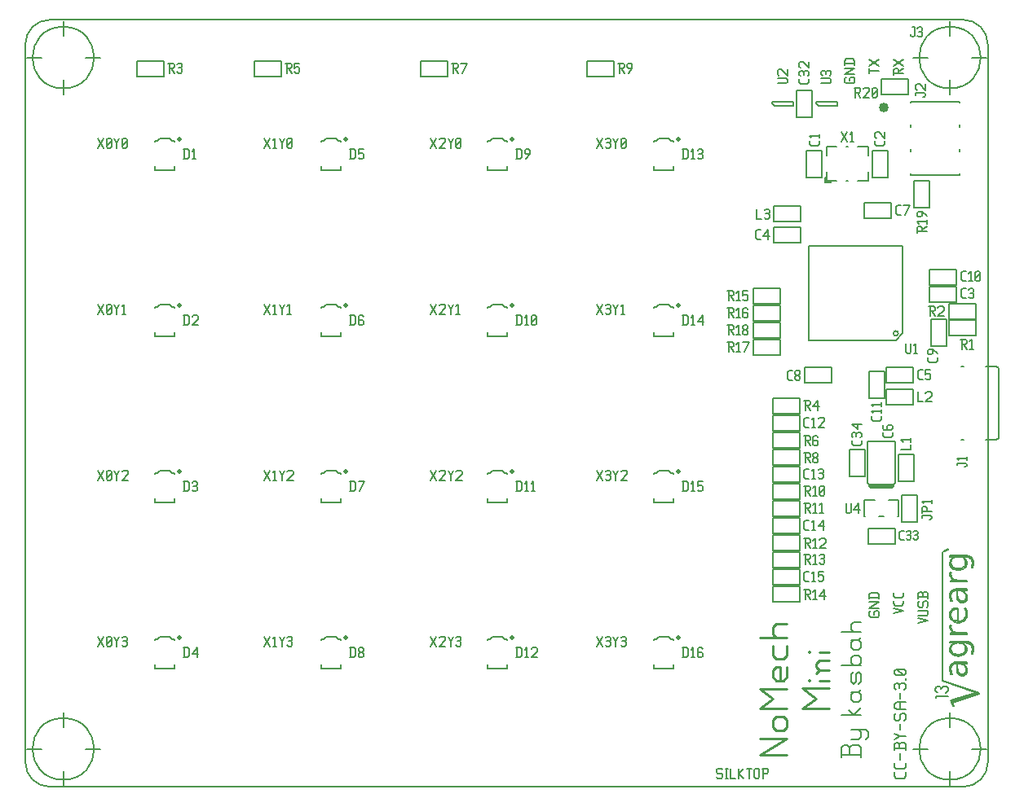
<source format=gto>
G04 start of page 8 for group -4079 idx -4079 *
G04 Title: Nomech, topsilk *
G04 Creator: pcb 20110918 *
G04 CreationDate: Sun 08 Sep 2013 10:57:53 PM GMT UTC *
G04 For: bertho *
G04 Format: Gerber/RS-274X *
G04 PCB-Dimensions: 430000 350000 *
G04 PCB-Coordinate-Origin: lower left *
%MOIN*%
%FSLAX25Y25*%
%LNTOPSILK*%
%ADD180C,0.0200*%
%ADD179C,0.0137*%
%ADD178C,0.0110*%
%ADD177C,0.0070*%
%ADD176C,0.0400*%
%ADD175C,0.0080*%
G54D175*X20000Y26000D02*X393500D01*
X10000Y330000D02*Y36000D01*
X20000Y340000D02*X393500D01*
X403500Y330000D02*Y36000D01*
G54D176*X361000Y304000D03*
G54D175*X10000Y36000D02*G75*G03X20000Y26000I10000J0D01*G01*
X20000Y340000D02*G75*G03X10000Y330000I0J-10000D01*G01*
X403500Y330000D02*G75*G03X393500Y340000I-10000J0D01*G01*
Y26000D02*G75*G03X403500Y36000I0J10000D01*G01*
G54D177*X294500Y33500D02*X295000Y33000D01*
X293000Y33500D02*X294500D01*
X292500Y33000D02*X293000Y33500D01*
X292500Y33000D02*Y32000D01*
X293000Y31500D01*
X294500D01*
X295000Y31000D01*
Y30000D01*
X294500Y29500D02*X295000Y30000D01*
X293000Y29500D02*X294500D01*
X292500Y30000D02*X293000Y29500D01*
X296200Y33500D02*X297200D01*
X296700D02*Y29500D01*
X296200D02*X297200D01*
X298400Y33500D02*Y29500D01*
X300400D01*
X301600Y33500D02*Y29500D01*
Y31500D02*X303600Y33500D01*
X301600Y31500D02*X303600Y29500D01*
X304800Y33500D02*X306800D01*
X305800D02*Y29500D01*
X308000Y33000D02*Y30000D01*
Y33000D02*X308500Y33500D01*
X309500D01*
X310000Y33000D01*
Y30000D01*
X309500Y29500D02*X310000Y30000D01*
X308500Y29500D02*X309500D01*
X308000Y30000D02*X308500Y29500D01*
X311700Y33500D02*Y29500D01*
X311200Y33500D02*X313200D01*
X313700Y33000D01*
Y32000D01*
X313200Y31500D02*X313700Y32000D01*
X311700Y31500D02*X313200D01*
G54D178*X310250Y39000D02*X321250D01*
X310250D02*X321250Y45875D01*
X310250D02*X321250D01*
X317125Y49175D02*X319875D01*
X317125D02*X315750Y50550D01*
Y53300D02*Y50550D01*
Y53300D02*X317125Y54675D01*
X319875D01*
X321250Y53300D02*X319875Y54675D01*
X321250Y53300D02*Y50550D01*
X319875Y49175D02*X321250Y50550D01*
X310250Y57975D02*X321250D01*
X310250D02*X315750Y62100D01*
X310250Y66225D01*
X321250D01*
Y75025D02*Y70900D01*
X319875Y69525D02*X321250Y70900D01*
X317125Y69525D02*X319875D01*
X317125D02*X315750Y70900D01*
Y73650D02*Y70900D01*
Y73650D02*X317125Y75025D01*
X318500D02*Y69525D01*
X317125Y75025D02*X318500D01*
X315750Y83825D02*Y79700D01*
X317125Y78325D02*X315750Y79700D01*
X317125Y78325D02*X319875D01*
X321250Y79700D01*
Y83825D02*Y79700D01*
X310250Y87125D02*X321250D01*
X317125D02*X315750Y88500D01*
Y91250D02*Y88500D01*
Y91250D02*X317125Y92625D01*
X321250D01*
X327750Y58000D02*X338750D01*
X327750D02*X333250Y62125D01*
X327750Y66250D01*
X338750D01*
G54D179*X330500Y69550D02*X330775D01*
G54D178*X334625D02*X338750D01*
X334625Y73675D02*X338750D01*
X334625D02*X333250Y75050D01*
Y76425D02*Y75050D01*
Y76425D02*X334625Y77800D01*
X338750D01*
X333250Y72300D02*X334625Y73675D01*
G54D179*X330500Y81100D02*X330775D01*
G54D178*X334625D02*X338750D01*
G54D175*X351500Y42000D02*Y38000D01*
Y42000D02*X350500Y43000D01*
X348100D02*X350500D01*
X347100Y42000D02*X348100Y43000D01*
X347100Y42000D02*Y39000D01*
X343500D02*X351500D01*
X343500Y42000D02*Y38000D01*
Y42000D02*X344500Y43000D01*
X346100D01*
X347100Y42000D02*X346100Y43000D01*
X347500Y45400D02*X350500D01*
X351500Y46400D01*
X347500Y49400D02*X353500D01*
X354500Y48400D02*X353500Y49400D01*
X354500Y48400D02*Y46400D01*
X353500Y45400D02*X354500Y46400D01*
X351500Y48400D02*Y46400D01*
Y48400D02*X350500Y49400D01*
X343500Y55400D02*X351500D01*
X348500D02*X351500Y58400D01*
X348500Y55400D02*X346500Y57400D01*
X347500Y63800D02*X348500Y64800D01*
X347500Y63800D02*Y61800D01*
X348500Y60800D02*X347500Y61800D01*
X348500Y60800D02*X350500D01*
X351500Y61800D01*
X347500Y64800D02*X350500D01*
X351500Y65800D01*
Y63800D02*Y61800D01*
Y63800D02*X350500Y64800D01*
X351500Y72200D02*Y69200D01*
Y72200D02*X350500Y73200D01*
X349500Y72200D02*X350500Y73200D01*
X349500Y72200D02*Y69200D01*
X348500Y68200D02*X349500Y69200D01*
X348500Y68200D02*X347500Y69200D01*
Y72200D02*Y69200D01*
Y72200D02*X348500Y73200D01*
X350500Y68200D02*X351500Y69200D01*
X343500Y75600D02*X351500D01*
X350500D02*X351500Y76600D01*
Y78600D02*Y76600D01*
Y78600D02*X350500Y79600D01*
X348500D02*X350500D01*
X347500Y78600D02*X348500Y79600D01*
X347500Y78600D02*Y76600D01*
X348500Y75600D02*X347500Y76600D01*
Y85000D02*X348500Y86000D01*
X347500Y85000D02*Y83000D01*
X348500Y82000D02*X347500Y83000D01*
X348500Y82000D02*X350500D01*
X351500Y83000D01*
X347500Y86000D02*X350500D01*
X351500Y87000D01*
Y85000D02*Y83000D01*
Y85000D02*X350500Y86000D01*
X343500Y89400D02*X351500D01*
X348500D02*X347500Y90400D01*
Y92400D02*Y90400D01*
Y92400D02*X348500Y93400D01*
X351500D01*
G54D177*X370000Y31900D02*Y30340D01*
X369160Y29500D02*X370000Y30340D01*
X366040Y29500D02*X369160D01*
X366040D02*X365200Y30340D01*
Y31900D02*Y30340D01*
X370000Y35740D02*Y34180D01*
X369160Y33340D02*X370000Y34180D01*
X366040Y33340D02*X369160D01*
X366040D02*X365200Y34180D01*
Y35740D02*Y34180D01*
X367600Y39580D02*Y37180D01*
X370000Y43420D02*Y41020D01*
Y43420D02*X369400Y44020D01*
X367960D02*X369400D01*
X367360Y43420D02*X367960Y44020D01*
X367360Y43420D02*Y41620D01*
X365200D02*X370000D01*
X365200Y43420D02*Y41020D01*
Y43420D02*X365800Y44020D01*
X366760D01*
X367360Y43420D02*X366760Y44020D01*
X365200Y45460D02*X367600Y46660D01*
X365200Y47860D01*
X367600Y46660D02*X370000D01*
X367600Y51700D02*Y49300D01*
X365200Y55540D02*X365800Y56140D01*
X365200Y55540D02*Y53740D01*
X365800Y53140D02*X365200Y53740D01*
X365800Y53140D02*X367000D01*
X367600Y53740D01*
Y55540D02*Y53740D01*
Y55540D02*X368200Y56140D01*
X369400D01*
X370000Y55540D02*X369400Y56140D01*
X370000Y55540D02*Y53740D01*
X369400Y53140D02*X370000Y53740D01*
X366400Y57580D02*X370000D01*
X366400D02*X365200Y58420D01*
Y59740D02*Y58420D01*
Y59740D02*X366400Y60580D01*
X370000D01*
X367600D02*Y57580D01*
Y64420D02*Y62020D01*
X365800Y65860D02*X365200Y66460D01*
Y67660D02*Y66460D01*
Y67660D02*X365800Y68260D01*
X370000Y67660D02*X369400Y68260D01*
X370000Y67660D02*Y66460D01*
X369400Y65860D02*X370000Y66460D01*
X367360Y67660D02*Y66460D01*
X365800Y68260D02*X366760D01*
X367960D02*X369400D01*
X367960D02*X367360Y67660D01*
X366760Y68260D02*X367360Y67660D01*
X370000Y70300D02*Y69700D01*
X369400Y71740D02*X370000Y72340D01*
X365800Y71740D02*X369400D01*
X365800D02*X365200Y72340D01*
Y73540D02*Y72340D01*
Y73540D02*X365800Y74140D01*
X369400D01*
X370000Y73540D02*X369400Y74140D01*
X370000Y73540D02*Y72340D01*
X368800Y71740D02*X366400Y74140D01*
X365000Y97000D02*X369000Y98000D01*
X365000Y99000D01*
X369000Y102200D02*Y100900D01*
X368300Y100200D02*X369000Y100900D01*
X365700Y100200D02*X368300D01*
X365700D02*X365000Y100900D01*
Y102200D02*Y100900D01*
X369000Y105400D02*Y104100D01*
X368300Y103400D02*X369000Y104100D01*
X365700Y103400D02*X368300D01*
X365700D02*X365000Y104100D01*
Y105400D02*Y104100D01*
X375000Y93000D02*X379000Y94000D01*
X375000Y95000D01*
Y96200D02*X378500D01*
X379000Y96700D01*
Y97700D02*Y96700D01*
Y97700D02*X378500Y98200D01*
X375000D02*X378500D01*
X375000Y101400D02*X375500Y101900D01*
X375000Y101400D02*Y99900D01*
X375500Y99400D02*X375000Y99900D01*
X375500Y99400D02*X376500D01*
X377000Y99900D01*
Y101400D02*Y99900D01*
Y101400D02*X377500Y101900D01*
X378500D01*
X379000Y101400D02*X378500Y101900D01*
X379000Y101400D02*Y99900D01*
X378500Y99400D02*X379000Y99900D01*
Y105100D02*Y103100D01*
Y105100D02*X378500Y105600D01*
X377300D02*X378500D01*
X376800Y105100D02*X377300Y105600D01*
X376800Y105100D02*Y103600D01*
X375000D02*X379000D01*
X375000Y105100D02*Y103100D01*
Y105100D02*X375500Y105600D01*
X376300D01*
X376800Y105100D02*X376300Y105600D01*
X355000Y97500D02*X355500Y98000D01*
X355000Y97500D02*Y96000D01*
X355500Y95500D02*X355000Y96000D01*
X355500Y95500D02*X358500D01*
X359000Y96000D01*
Y97500D02*Y96000D01*
Y97500D02*X358500Y98000D01*
X357500D02*X358500D01*
X357000Y97500D02*X357500Y98000D01*
X357000Y97500D02*Y96500D01*
X355000Y99200D02*X359000D01*
X355000D02*X359000Y101700D01*
X355000D02*X359000D01*
X355000Y103400D02*X359000D01*
X355000Y104700D02*X355700Y105400D01*
X358300D01*
X359000Y104700D02*X358300Y105400D01*
X359000Y104700D02*Y102900D01*
X355000Y104700D02*Y102900D01*
X243500Y151500D02*X246000Y155500D01*
X243500D02*X246000Y151500D01*
X247200Y155000D02*X247700Y155500D01*
X248700D01*
X249200Y155000D01*
X248700Y151500D02*X249200Y152000D01*
X247700Y151500D02*X248700D01*
X247200Y152000D02*X247700Y151500D01*
Y153700D02*X248700D01*
X249200Y155000D02*Y154200D01*
Y153200D02*Y152000D01*
Y153200D02*X248700Y153700D01*
X249200Y154200D02*X248700Y153700D01*
X250400Y155500D02*X251400Y153500D01*
X252400Y155500D01*
X251400Y153500D02*Y151500D01*
X253600Y155000D02*X254100Y155500D01*
X255600D01*
X256100Y155000D01*
Y154000D01*
X253600Y151500D02*X256100Y154000D01*
X253600Y151500D02*X256100D01*
X243500Y83500D02*X246000Y87500D01*
X243500D02*X246000Y83500D01*
X247200Y87000D02*X247700Y87500D01*
X248700D01*
X249200Y87000D01*
X248700Y83500D02*X249200Y84000D01*
X247700Y83500D02*X248700D01*
X247200Y84000D02*X247700Y83500D01*
Y85700D02*X248700D01*
X249200Y87000D02*Y86200D01*
Y85200D02*Y84000D01*
Y85200D02*X248700Y85700D01*
X249200Y86200D02*X248700Y85700D01*
X250400Y87500D02*X251400Y85500D01*
X252400Y87500D01*
X251400Y85500D02*Y83500D01*
X253600Y87000D02*X254100Y87500D01*
X255100D01*
X255600Y87000D01*
X255100Y83500D02*X255600Y84000D01*
X254100Y83500D02*X255100D01*
X253600Y84000D02*X254100Y83500D01*
Y85700D02*X255100D01*
X255600Y87000D02*Y86200D01*
Y85200D02*Y84000D01*
Y85200D02*X255100Y85700D01*
X255600Y86200D02*X255100Y85700D01*
X365000Y319500D02*Y317500D01*
Y319500D02*X365500Y320000D01*
X366500D01*
X367000Y319500D02*X366500Y320000D01*
X367000Y319500D02*Y318000D01*
X365000D02*X369000D01*
X367000Y318800D02*X369000Y320000D01*
Y321200D02*X365000Y323700D01*
Y321200D02*X369000Y323700D01*
X355000Y320000D02*Y318000D01*
Y319000D02*X359000D01*
Y321200D02*X355000Y323700D01*
Y321200D02*X359000Y323700D01*
X345000Y316000D02*X345500Y316500D01*
X345000Y316000D02*Y314500D01*
X345500Y314000D02*X345000Y314500D01*
X345500Y314000D02*X348500D01*
X349000Y314500D01*
Y316000D02*Y314500D01*
Y316000D02*X348500Y316500D01*
X347500D02*X348500D01*
X347000Y316000D02*X347500Y316500D01*
X347000Y316000D02*Y315000D01*
X345000Y317700D02*X349000D01*
X345000D02*X349000Y320200D01*
X345000D02*X349000D01*
X345000Y321900D02*X349000D01*
X345000Y323200D02*X345700Y323900D01*
X348300D01*
X349000Y323200D02*X348300Y323900D01*
X349000Y323200D02*Y321400D01*
X345000Y323200D02*Y321400D01*
X243500Y287500D02*X246000Y291500D01*
X243500D02*X246000Y287500D01*
X247200Y291000D02*X247700Y291500D01*
X248700D01*
X249200Y291000D01*
X248700Y287500D02*X249200Y288000D01*
X247700Y287500D02*X248700D01*
X247200Y288000D02*X247700Y287500D01*
Y289700D02*X248700D01*
X249200Y291000D02*Y290200D01*
Y289200D02*Y288000D01*
Y289200D02*X248700Y289700D01*
X249200Y290200D02*X248700Y289700D01*
X250400Y291500D02*X251400Y289500D01*
X252400Y291500D01*
X251400Y289500D02*Y287500D01*
X253600Y288000D02*X254100Y287500D01*
X253600Y291000D02*Y288000D01*
Y291000D02*X254100Y291500D01*
X255100D01*
X255600Y291000D01*
Y288000D01*
X255100Y287500D02*X255600Y288000D01*
X254100Y287500D02*X255100D01*
X253600Y288500D02*X255600Y290500D01*
X39500Y287500D02*X42000Y291500D01*
X39500D02*X42000Y287500D01*
X43200Y288000D02*X43700Y287500D01*
X43200Y291000D02*Y288000D01*
Y291000D02*X43700Y291500D01*
X44700D01*
X45200Y291000D01*
Y288000D01*
X44700Y287500D02*X45200Y288000D01*
X43700Y287500D02*X44700D01*
X43200Y288500D02*X45200Y290500D01*
X46400Y291500D02*X47400Y289500D01*
X48400Y291500D01*
X47400Y289500D02*Y287500D01*
X49600Y288000D02*X50100Y287500D01*
X49600Y291000D02*Y288000D01*
Y291000D02*X50100Y291500D01*
X51100D01*
X51600Y291000D01*
Y288000D01*
X51100Y287500D02*X51600Y288000D01*
X50100Y287500D02*X51100D01*
X49600Y288500D02*X51600Y290500D01*
X39500Y219500D02*X42000Y223500D01*
X39500D02*X42000Y219500D01*
X43200Y220000D02*X43700Y219500D01*
X43200Y223000D02*Y220000D01*
Y223000D02*X43700Y223500D01*
X44700D01*
X45200Y223000D01*
Y220000D01*
X44700Y219500D02*X45200Y220000D01*
X43700Y219500D02*X44700D01*
X43200Y220500D02*X45200Y222500D01*
X46400Y223500D02*X47400Y221500D01*
X48400Y223500D01*
X47400Y221500D02*Y219500D01*
X49600Y222700D02*X50400Y223500D01*
Y219500D01*
X49600D02*X51100D01*
X107500D02*X110000Y223500D01*
X107500D02*X110000Y219500D01*
X111200Y222700D02*X112000Y223500D01*
Y219500D01*
X111200D02*X112700D01*
X113900Y223500D02*X114900Y221500D01*
X115900Y223500D01*
X114900Y221500D02*Y219500D01*
X117100Y222700D02*X117900Y223500D01*
Y219500D01*
X117100D02*X118600D01*
X107500Y287500D02*X110000Y291500D01*
X107500D02*X110000Y287500D01*
X111200Y290700D02*X112000Y291500D01*
Y287500D01*
X111200D02*X112700D01*
X113900Y291500D02*X114900Y289500D01*
X115900Y291500D01*
X114900Y289500D02*Y287500D01*
X117100Y288000D02*X117600Y287500D01*
X117100Y291000D02*Y288000D01*
Y291000D02*X117600Y291500D01*
X118600D01*
X119100Y291000D01*
Y288000D01*
X118600Y287500D02*X119100Y288000D01*
X117600Y287500D02*X118600D01*
X117100Y288500D02*X119100Y290500D01*
X175500Y287500D02*X178000Y291500D01*
X175500D02*X178000Y287500D01*
X179200Y291000D02*X179700Y291500D01*
X181200D01*
X181700Y291000D01*
Y290000D01*
X179200Y287500D02*X181700Y290000D01*
X179200Y287500D02*X181700D01*
X182900Y291500D02*X183900Y289500D01*
X184900Y291500D01*
X183900Y289500D02*Y287500D01*
X186100Y288000D02*X186600Y287500D01*
X186100Y291000D02*Y288000D01*
Y291000D02*X186600Y291500D01*
X187600D01*
X188100Y291000D01*
Y288000D01*
X187600Y287500D02*X188100Y288000D01*
X186600Y287500D02*X187600D01*
X186100Y288500D02*X188100Y290500D01*
X175500Y219500D02*X178000Y223500D01*
X175500D02*X178000Y219500D01*
X179200Y223000D02*X179700Y223500D01*
X181200D01*
X181700Y223000D01*
Y222000D01*
X179200Y219500D02*X181700Y222000D01*
X179200Y219500D02*X181700D01*
X182900Y223500D02*X183900Y221500D01*
X184900Y223500D01*
X183900Y221500D02*Y219500D01*
X186100Y222700D02*X186900Y223500D01*
Y219500D01*
X186100D02*X187600D01*
X243500D02*X246000Y223500D01*
X243500D02*X246000Y219500D01*
X247200Y223000D02*X247700Y223500D01*
X248700D01*
X249200Y223000D01*
X248700Y219500D02*X249200Y220000D01*
X247700Y219500D02*X248700D01*
X247200Y220000D02*X247700Y219500D01*
Y221700D02*X248700D01*
X249200Y223000D02*Y222200D01*
Y221200D02*Y220000D01*
Y221200D02*X248700Y221700D01*
X249200Y222200D02*X248700Y221700D01*
X250400Y223500D02*X251400Y221500D01*
X252400Y223500D01*
X251400Y221500D02*Y219500D01*
X253600Y222700D02*X254400Y223500D01*
Y219500D01*
X253600D02*X255100D01*
X39500Y151500D02*X42000Y155500D01*
X39500D02*X42000Y151500D01*
X43200Y152000D02*X43700Y151500D01*
X43200Y155000D02*Y152000D01*
Y155000D02*X43700Y155500D01*
X44700D01*
X45200Y155000D01*
Y152000D01*
X44700Y151500D02*X45200Y152000D01*
X43700Y151500D02*X44700D01*
X43200Y152500D02*X45200Y154500D01*
X46400Y155500D02*X47400Y153500D01*
X48400Y155500D01*
X47400Y153500D02*Y151500D01*
X49600Y155000D02*X50100Y155500D01*
X51600D01*
X52100Y155000D01*
Y154000D01*
X49600Y151500D02*X52100Y154000D01*
X49600Y151500D02*X52100D01*
X39500Y83500D02*X42000Y87500D01*
X39500D02*X42000Y83500D01*
X43200Y84000D02*X43700Y83500D01*
X43200Y87000D02*Y84000D01*
Y87000D02*X43700Y87500D01*
X44700D01*
X45200Y87000D01*
Y84000D01*
X44700Y83500D02*X45200Y84000D01*
X43700Y83500D02*X44700D01*
X43200Y84500D02*X45200Y86500D01*
X46400Y87500D02*X47400Y85500D01*
X48400Y87500D01*
X47400Y85500D02*Y83500D01*
X49600Y87000D02*X50100Y87500D01*
X51100D01*
X51600Y87000D01*
X51100Y83500D02*X51600Y84000D01*
X50100Y83500D02*X51100D01*
X49600Y84000D02*X50100Y83500D01*
Y85700D02*X51100D01*
X51600Y87000D02*Y86200D01*
Y85200D02*Y84000D01*
Y85200D02*X51100Y85700D01*
X51600Y86200D02*X51100Y85700D01*
X107500Y83500D02*X110000Y87500D01*
X107500D02*X110000Y83500D01*
X111200Y86700D02*X112000Y87500D01*
Y83500D01*
X111200D02*X112700D01*
X113900Y87500D02*X114900Y85500D01*
X115900Y87500D01*
X114900Y85500D02*Y83500D01*
X117100Y87000D02*X117600Y87500D01*
X118600D01*
X119100Y87000D01*
X118600Y83500D02*X119100Y84000D01*
X117600Y83500D02*X118600D01*
X117100Y84000D02*X117600Y83500D01*
Y85700D02*X118600D01*
X119100Y87000D02*Y86200D01*
Y85200D02*Y84000D01*
Y85200D02*X118600Y85700D01*
X119100Y86200D02*X118600Y85700D01*
X107500Y151500D02*X110000Y155500D01*
X107500D02*X110000Y151500D01*
X111200Y154700D02*X112000Y155500D01*
Y151500D01*
X111200D02*X112700D01*
X113900Y155500D02*X114900Y153500D01*
X115900Y155500D01*
X114900Y153500D02*Y151500D01*
X117100Y155000D02*X117600Y155500D01*
X119100D01*
X119600Y155000D01*
Y154000D01*
X117100Y151500D02*X119600Y154000D01*
X117100Y151500D02*X119600D01*
X175500D02*X178000Y155500D01*
X175500D02*X178000Y151500D01*
X179200Y155000D02*X179700Y155500D01*
X181200D01*
X181700Y155000D01*
Y154000D01*
X179200Y151500D02*X181700Y154000D01*
X179200Y151500D02*X181700D01*
X182900Y155500D02*X183900Y153500D01*
X184900Y155500D01*
X183900Y153500D02*Y151500D01*
X186100Y155000D02*X186600Y155500D01*
X188100D01*
X188600Y155000D01*
Y154000D01*
X186100Y151500D02*X188600Y154000D01*
X186100Y151500D02*X188600D01*
X175500Y83500D02*X178000Y87500D01*
X175500D02*X178000Y83500D01*
X179200Y87000D02*X179700Y87500D01*
X181200D01*
X181700Y87000D01*
Y86000D01*
X179200Y83500D02*X181700Y86000D01*
X179200Y83500D02*X181700D01*
X182900Y87500D02*X183900Y85500D01*
X184900Y87500D01*
X183900Y85500D02*Y83500D01*
X186100Y87000D02*X186600Y87500D01*
X187600D01*
X188100Y87000D01*
X187600Y83500D02*X188100Y84000D01*
X186600Y83500D02*X187600D01*
X186100Y84000D02*X186600Y83500D01*
Y85700D02*X187600D01*
X188100Y87000D02*Y86200D01*
Y85200D02*Y84000D01*
Y85200D02*X187600Y85700D01*
X188100Y86200D02*X187600Y85700D01*
G54D175*X10500Y41500D02*X16500D01*
X25500Y32500D02*Y26500D01*
Y56500D02*Y50500D01*
X34500Y41500D02*X40500D01*
X25500Y28900D02*G75*G03X25500Y28900I0J12600D01*G01*
X70000Y86500D02*X71000D01*
X63000D02*X64000D01*
X63000D02*Y86000D01*
X71000Y86500D02*Y86000D01*
Y76000D02*Y74400D01*
X63000D02*X71000D01*
X63000Y76000D02*Y74400D01*
X70000Y86500D02*X69000Y87500D01*
X65000D02*X69000D01*
X64000Y86500D02*X65000Y87500D01*
G54D180*X73000Y87000D02*Y87001D01*
G54D175*X138000Y86500D02*X139000D01*
X131000D02*X132000D01*
X131000D02*Y86000D01*
X139000Y86500D02*Y86000D01*
Y76000D02*Y74400D01*
X131000D02*X139000D01*
X131000Y76000D02*Y74400D01*
X138000Y86500D02*X137000Y87500D01*
X133000D02*X137000D01*
X132000Y86500D02*X133000Y87500D01*
G54D180*X141000Y87000D02*Y87001D01*
G54D175*X206000Y86500D02*X207000D01*
X199000D02*X200000D01*
X199000D02*Y86000D01*
X207000Y86500D02*Y86000D01*
Y76000D02*Y74400D01*
X199000D02*X207000D01*
X199000Y76000D02*Y74400D01*
X206000Y86500D02*X205000Y87500D01*
X201000D02*X205000D01*
X200000Y86500D02*X201000Y87500D01*
G54D180*X209000Y87000D02*Y87001D01*
G54D175*X103500Y316800D02*X114500D01*
X103500Y323200D02*X114500D01*
Y316800D01*
X103500Y323200D02*Y316800D01*
X138000Y290500D02*X139000D01*
X131000D02*X132000D01*
X131000D02*Y290000D01*
X139000Y290500D02*Y290000D01*
Y280000D02*Y278400D01*
X131000D02*X139000D01*
X131000Y280000D02*Y278400D01*
X138000Y290500D02*X137000Y291500D01*
X133000D02*X137000D01*
X132000Y290500D02*X133000Y291500D01*
G54D180*X141000Y291000D02*Y291001D01*
G54D175*X206000Y222500D02*X207000D01*
X199000D02*X200000D01*
X199000D02*Y222000D01*
X207000Y222500D02*Y222000D01*
Y212000D02*Y210400D01*
X199000D02*X207000D01*
X199000Y212000D02*Y210400D01*
X206000Y222500D02*X205000Y223500D01*
X201000D02*X205000D01*
X200000Y222500D02*X201000Y223500D01*
G54D180*X209000Y223000D02*Y223001D01*
G54D175*X206000Y154500D02*X207000D01*
X199000D02*X200000D01*
X199000D02*Y154000D01*
X207000Y154500D02*Y154000D01*
Y144000D02*Y142400D01*
X199000D02*X207000D01*
X199000Y144000D02*Y142400D01*
X206000Y154500D02*X205000Y155500D01*
X201000D02*X205000D01*
X200000Y154500D02*X201000Y155500D01*
G54D180*X209000Y155000D02*Y155001D01*
G54D175*X171500Y316800D02*X182500D01*
X171500Y323200D02*X182500D01*
Y316800D01*
X171500Y323200D02*Y316800D01*
X206000Y290500D02*X207000D01*
X199000D02*X200000D01*
X199000D02*Y290000D01*
X207000Y290500D02*Y290000D01*
Y280000D02*Y278400D01*
X199000D02*X207000D01*
X199000Y280000D02*Y278400D01*
X206000Y290500D02*X205000Y291500D01*
X201000D02*X205000D01*
X200000Y290500D02*X201000Y291500D01*
G54D180*X209000Y291000D02*Y291001D01*
G54D175*X10500Y324500D02*X16500D01*
X25500Y315500D02*Y309500D01*
Y339500D02*Y333500D01*
X34500Y324500D02*X40500D01*
X25500Y311900D02*G75*G03X25500Y311900I0J12600D01*G01*
X70000Y290500D02*X71000D01*
X63000D02*X64000D01*
X63000D02*Y290000D01*
X71000Y290500D02*Y290000D01*
Y280000D02*Y278400D01*
X63000D02*X71000D01*
X63000Y280000D02*Y278400D01*
X70000Y290500D02*X69000Y291500D01*
X65000D02*X69000D01*
X64000Y290500D02*X65000Y291500D01*
G54D180*X73000Y291000D02*Y291001D01*
G54D175*X55500Y316800D02*X66500D01*
X55500Y323200D02*X66500D01*
Y316800D01*
X55500Y323200D02*Y316800D01*
X70000Y222500D02*X71000D01*
X63000D02*X64000D01*
X63000D02*Y222000D01*
X71000Y222500D02*Y222000D01*
Y212000D02*Y210400D01*
X63000D02*X71000D01*
X63000Y212000D02*Y210400D01*
X70000Y222500D02*X69000Y223500D01*
X65000D02*X69000D01*
X64000Y222500D02*X65000Y223500D01*
G54D180*X73000Y223000D02*Y223001D01*
G54D175*X138000Y222500D02*X139000D01*
X131000D02*X132000D01*
X131000D02*Y222000D01*
X139000Y222500D02*Y222000D01*
Y212000D02*Y210400D01*
X131000D02*X139000D01*
X131000Y212000D02*Y210400D01*
X138000Y222500D02*X137000Y223500D01*
X133000D02*X137000D01*
X132000Y222500D02*X133000Y223500D01*
G54D180*X141000Y223000D02*Y223001D01*
G54D175*X70000Y154500D02*X71000D01*
X63000D02*X64000D01*
X63000D02*Y154000D01*
X71000Y154500D02*Y154000D01*
Y144000D02*Y142400D01*
X63000D02*X71000D01*
X63000Y144000D02*Y142400D01*
X70000Y154500D02*X69000Y155500D01*
X65000D02*X69000D01*
X64000Y154500D02*X65000Y155500D01*
G54D180*X73000Y155000D02*Y155001D01*
G54D175*X138000Y154500D02*X139000D01*
X131000D02*X132000D01*
X131000D02*Y154000D01*
X139000Y154500D02*Y154000D01*
Y144000D02*Y142400D01*
X131000D02*X139000D01*
X131000Y144000D02*Y142400D01*
X138000Y154500D02*X137000Y155500D01*
X133000D02*X137000D01*
X132000Y154500D02*X133000Y155500D01*
G54D180*X141000Y155000D02*Y155001D01*
G54D175*X274000Y154500D02*X275000D01*
X267000D02*X268000D01*
X267000D02*Y154000D01*
X275000Y154500D02*Y154000D01*
Y144000D02*Y142400D01*
X267000D02*X275000D01*
X267000Y144000D02*Y142400D01*
X274000Y154500D02*X273000Y155500D01*
X269000D02*X273000D01*
X268000Y154500D02*X269000Y155500D01*
G54D180*X277000Y155000D02*Y155001D01*
G54D175*X274000Y86500D02*X275000D01*
X267000D02*X268000D01*
X267000D02*Y86000D01*
X275000Y86500D02*Y86000D01*
Y76000D02*Y74400D01*
X267000D02*X275000D01*
X267000Y76000D02*Y74400D01*
X274000Y86500D02*X273000Y87500D01*
X269000D02*X273000D01*
X268000Y86500D02*X269000Y87500D01*
G54D180*X277000Y87000D02*Y87001D01*
G54D175*X274000Y290500D02*X275000D01*
X267000D02*X268000D01*
X267000D02*Y290000D01*
X275000Y290500D02*Y290000D01*
Y280000D02*Y278400D01*
X267000D02*X275000D01*
X267000Y280000D02*Y278400D01*
X274000Y290500D02*X273000Y291500D01*
X269000D02*X273000D01*
X268000Y290500D02*X269000Y291500D01*
G54D180*X277000Y291000D02*Y291001D01*
G54D175*X373000Y41500D02*X379000D01*
X388000Y32500D02*Y26500D01*
Y56500D02*Y50500D01*
X397000Y41500D02*X403000D01*
X388000Y28900D02*G75*G03X388000Y28900I0J12600D01*G01*
G54D177*X389400Y59100D02*X388300Y61300D01*
X398300Y64500D01*
X400000Y64200D02*X384800Y69300D01*
Y122200D02*Y69300D01*
Y122200D02*X387200Y123300D01*
X387300Y123100D01*
X385000Y122000D01*
Y69400D01*
X400000Y64500D01*
Y64200D01*
X388800Y60500D01*
X389600Y59100D01*
X389400Y59000D01*
X388300Y61300D01*
X388500Y60900D02*X399000Y64400D01*
X382300Y63200D02*Y62500D01*
Y63200D02*X387200D01*
X382800Y64600D02*X382600Y64700D01*
X382400Y64900D01*
X382200Y65200D01*
X382100Y65500D01*
Y66200D02*Y65500D01*
Y66200D02*X382200Y66400D01*
X382400Y66700D01*
X382600Y66900D01*
X383000Y67000D01*
X383500D01*
X383800Y66900D01*
X384400Y66300D01*
Y66100D01*
X384800Y66700D01*
X385100Y67000D01*
X385400Y67100D01*
X386200D01*
X386500Y67000D01*
X386800Y66800D01*
X387000Y66600D01*
X387200Y66300D01*
Y65400D01*
X387100Y65100D01*
X386700Y64700D01*
X386400Y64500D01*
X388400Y72000D02*X388800D01*
X388400D02*X388200Y72500D01*
X388000Y73700D01*
Y74600D02*Y73700D01*
Y74600D02*X388100Y75200D01*
X388300Y75700D01*
X388600Y76100D01*
X389000Y76500D01*
X389400Y76700D01*
X390000Y76900D01*
X390700Y77000D01*
X394800D01*
Y76400D01*
X390200D02*X394800D01*
X390200D02*X389700Y76300D01*
X389300Y76100D01*
X388900Y75700D01*
X388700Y75400D01*
X388500Y75000D01*
X388400Y74500D01*
Y73900D01*
X388500Y73100D01*
X388600Y72700D01*
X388800Y72000D01*
X390800Y76200D02*Y74000D01*
X390900Y73200D01*
X391100Y72700D01*
X391200Y72500D01*
X391500Y72100D01*
X391800Y71800D01*
X392200Y71600D01*
X392700Y71500D01*
X393500D01*
X394000Y71700D01*
X394300Y71900D01*
X394600Y72200D01*
X394800Y72600D01*
X395000Y73400D01*
Y74000D02*Y73400D01*
Y74000D02*X394900Y74500D01*
X394700Y74900D01*
X394400Y75300D01*
X393700Y76000D01*
X393400Y76200D01*
X391100Y76300D02*Y74300D01*
X391200Y73900D01*
X391300Y73300D01*
X391500Y72800D01*
X391800Y72400D01*
X392300Y72100D01*
X392800Y72000D01*
X393200D01*
X393600Y72100D01*
X393900Y72300D01*
X394200Y72600D01*
X394400Y72900D01*
X394500Y73200D01*
X394600Y73600D01*
Y74100D02*Y73600D01*
Y74400D02*Y73600D01*
Y74400D02*X394500Y74800D01*
X394300Y75200D01*
X394000Y75600D01*
X393600Y75900D01*
X393200Y76100D01*
X392800Y76200D01*
X392300Y76400D01*
X388400Y101900D02*X388800D01*
X388400D02*X388200Y102400D01*
X388000Y103600D01*
Y104500D02*Y103600D01*
Y104500D02*X388100Y105100D01*
X388300Y105600D01*
X388600Y106000D01*
X389000Y106400D01*
X389400Y106600D01*
X390000Y106800D01*
X390700Y106900D01*
X394800D01*
Y106300D01*
X390200D02*X394800D01*
X390200D02*X389700Y106200D01*
X389300Y106000D01*
X388900Y105600D01*
X388700Y105300D01*
X388500Y104900D01*
X388400Y104400D01*
Y103800D01*
X388500Y103000D01*
X388600Y102600D01*
X388800Y101900D01*
X390800Y106100D02*Y103900D01*
X390900Y103100D01*
X391100Y102600D01*
X391200Y102400D01*
X391500Y102000D01*
X391800Y101700D01*
X392200Y101500D01*
X392700Y101400D01*
X393500D01*
X394000Y101600D01*
X394300Y101800D01*
X394600Y102100D01*
X394800Y102500D01*
X395000Y103300D01*
Y103900D02*Y103300D01*
Y103900D02*X394900Y104400D01*
X394700Y104800D01*
X394400Y105200D01*
X393700Y105900D01*
X393400Y106100D01*
X391100Y106200D02*Y104200D01*
X391200Y103800D01*
X391300Y103200D01*
X391500Y102700D01*
X391800Y102300D01*
X392300Y102000D01*
X392800Y101900D01*
X393200D01*
X393600Y102000D01*
X393900Y102200D01*
X394200Y102500D01*
X394400Y102800D01*
X394500Y103100D01*
X394600Y103500D01*
Y104000D02*Y103500D01*
Y104300D02*Y103500D01*
Y104300D02*X394500Y104700D01*
X394300Y105100D01*
X394000Y105500D01*
X393600Y105800D01*
X393200Y106000D01*
X392800Y106100D01*
X392300Y106300D01*
X388100Y85400D02*X395100D01*
X395500Y85300D01*
X396000Y85100D01*
X396400Y84900D01*
X396700Y84700D01*
X397000Y84400D01*
X397300Y83900D01*
X397500Y83200D01*
X397600Y82700D01*
Y82200D01*
X397500Y81400D01*
X397400Y80900D01*
X397300Y80500D01*
X396800D02*X397300D01*
X396800D02*X397000Y80900D01*
X397100Y81500D01*
X397200Y81900D01*
Y82500D02*Y81900D01*
Y82500D02*X397100Y83200D01*
X396800Y83800D01*
X396400Y84300D01*
X396100Y84500D01*
X395600Y84700D01*
X395200Y84800D01*
X394800D02*X395200D01*
X394800D02*X394500Y84900D01*
X388100D02*X394500D01*
X388100Y85400D02*Y84900D01*
X391900Y84800D02*X392800Y84700D01*
X393500Y84400D01*
X393900Y84000D01*
X394200Y83600D01*
X394400Y83000D01*
Y82100D01*
X394300Y81600D01*
X393900Y81000D01*
X393500Y80700D01*
X393000Y80400D01*
X392500Y80300D01*
X392100Y80200D01*
X390800D02*X392100D01*
X390800D02*X390100Y80300D01*
X389600Y80500D01*
X389100Y80800D01*
X388800Y81100D01*
X388600Y81400D01*
X388500Y81700D01*
X388400Y82100D01*
Y82900D02*Y82100D01*
Y82900D02*X388500Y83300D01*
X388700Y83800D01*
X389300Y84400D01*
X389600Y84500D01*
X390000Y84700D01*
X390400Y84800D01*
X390700D01*
X391100Y84900D01*
X389300Y84500D02*X388400Y83600D01*
X388200Y83300D01*
X388000Y82500D01*
Y81900D01*
X388100Y81500D01*
X388300Y81000D01*
X388600Y80600D01*
X389400Y80000D01*
X389800Y79800D01*
X390500Y79600D01*
X391200Y79500D01*
X391600D01*
X392200Y79600D01*
X392700Y79700D01*
X393300Y79900D01*
X393700Y80200D01*
X394200Y80600D01*
X394500Y81000D01*
X394700Y81400D01*
X394800Y81800D01*
Y82700D02*Y81800D01*
Y82700D02*X394700Y83100D01*
X394500Y83500D01*
X394200Y83900D01*
X393500Y84400D01*
X388100Y120600D02*X395100D01*
X395500Y120500D01*
X396000Y120300D01*
X396400Y120100D01*
X396700Y119900D01*
X397000Y119600D01*
X397300Y119100D01*
X397500Y118400D01*
X397600Y117900D01*
Y117400D01*
X397500Y116600D01*
X397400Y116100D01*
X397300Y115700D01*
X396800D02*X397300D01*
X396800D02*X397000Y116100D01*
X397100Y116700D01*
X397200Y117100D01*
Y117700D02*Y117100D01*
Y117700D02*X397100Y118400D01*
X396800Y119000D01*
X396400Y119500D01*
X396100Y119700D01*
X395600Y119900D01*
X395200Y120000D01*
X394800D02*X395200D01*
X394800D02*X394500Y120100D01*
X388100D02*X394500D01*
X388100Y120600D02*Y120100D01*
X391900Y120000D02*X392800Y119900D01*
X393500Y119600D01*
X393900Y119200D01*
X394200Y118800D01*
X394400Y118200D01*
Y117300D01*
X394300Y116800D01*
X393900Y116200D01*
X393500Y115900D01*
X393000Y115600D01*
X392500Y115500D01*
X392100Y115400D01*
X390800D02*X392100D01*
X390800D02*X390100Y115500D01*
X389600Y115700D01*
X389100Y116000D01*
X388800Y116300D01*
X388600Y116600D01*
X388500Y116900D01*
X388400Y117300D01*
Y118100D02*Y117300D01*
Y118100D02*X388500Y118500D01*
X388700Y119000D01*
X389300Y119600D01*
X389600Y119700D01*
X390000Y119900D01*
X390400Y120000D01*
X390700D01*
X391100Y120100D01*
X389300Y119700D02*X388400Y118800D01*
X388200Y118500D01*
X388000Y117700D01*
Y117100D01*
X388100Y116700D01*
X388300Y116200D01*
X388600Y115800D01*
X389400Y115200D01*
X389800Y115000D01*
X390500Y114800D01*
X391200Y114700D01*
X391600D01*
X392200Y114800D01*
X392700Y114900D01*
X393300Y115100D01*
X393700Y115400D01*
X394200Y115800D01*
X394500Y116200D01*
X394700Y116600D01*
X394800Y117000D01*
Y117900D02*Y117000D01*
Y117900D02*X394700Y118300D01*
X394500Y118700D01*
X394200Y119100D01*
X393500Y119600D01*
X388200Y88500D02*X394800D01*
Y89000D02*Y88500D01*
X388200Y89000D02*X394800D01*
X388200D02*Y88500D01*
X388000Y92100D02*X388600D01*
X388400Y91700D01*
Y91100D01*
X388500Y90800D01*
X388600Y90400D01*
X388900Y90000D01*
X389100Y89700D01*
X389400Y89500D01*
X389800Y89300D01*
X390400Y89100D01*
X391200Y89000D01*
X388000Y92100D02*Y91500D01*
X388100Y90900D01*
X388300Y90500D01*
X388700Y90000D01*
X389400Y89400D01*
X388200Y110000D02*X394800D01*
Y110500D02*Y110000D01*
X388200Y110500D02*X394800D01*
X388200D02*Y110000D01*
X388000Y113600D02*X388600D01*
X388400Y113200D01*
Y112600D01*
X388500Y112300D01*
X388600Y111900D01*
X388900Y111500D01*
X389100Y111200D01*
X389400Y111000D01*
X389800Y110800D01*
X390400Y110600D01*
X391200Y110500D01*
X388000Y113600D02*Y113000D01*
X388100Y112400D01*
X388300Y112000D01*
X388700Y111500D01*
X389400Y110900D01*
X391200Y98700D02*Y93200D01*
X390200Y98700D02*X391200D01*
X390200D02*X389700Y98500D01*
X389300Y98300D01*
X388600Y97600D01*
X388500Y97300D01*
X388400Y96900D01*
Y95900D01*
X388500Y95500D01*
X388900Y94700D01*
X389100Y94500D01*
X389500Y94200D01*
X389900Y94000D01*
X390200Y93900D01*
X391200D02*Y93200D01*
X390200Y93900D02*X391200D01*
X390300Y99200D02*X390500D01*
X390300D02*X389900Y99100D01*
X389400Y98900D01*
X388900Y98600D01*
X388500Y98200D01*
X388100Y97400D01*
X388000Y97000D01*
Y96100D01*
X388100Y95400D01*
X388400Y94700D01*
X388700Y94300D01*
X389200Y93900D01*
X389600Y93600D01*
X390000Y93400D01*
X390400Y93300D01*
X390900Y93200D01*
X391900D01*
X392700Y93300D01*
X393400Y93600D01*
X393700Y93800D01*
X394400Y94500D01*
X394600Y94900D01*
X394800Y95400D01*
X394900Y95800D01*
X395000Y96300D01*
Y97000D02*Y96300D01*
Y97000D02*X394900Y97800D01*
X394600Y99000D01*
X394100D02*X394600D01*
X394100D02*X394400Y98300D01*
X394500Y97700D01*
X394600Y96900D01*
Y96100D01*
X394400Y95400D01*
X394100Y94900D01*
X393700Y94400D01*
X393300Y94200D01*
X392800Y94000D01*
X392200Y93800D01*
X391400D02*X392200D01*
X391400Y99200D02*Y93800D01*
X390400Y99200D02*X391400D01*
G54D175*X373200Y162000D02*Y151000D01*
X366800Y162000D02*Y151000D01*
Y162000D02*X373200D01*
X366800Y151000D02*X373200D01*
G54D180*X355700Y148900D02*X364300D01*
G54D175*X365700Y150300D01*
Y167400D02*Y150300D01*
X354300Y167400D02*X365700D01*
X354300D02*Y150300D01*
X355700Y148900D01*
X368300Y145500D02*Y134500D01*
X374700Y145500D02*Y134500D01*
X368300D02*X374700D01*
X368300Y145500D02*X374700D01*
X354500Y131700D02*X365500D01*
X354500Y125300D02*X365500D01*
X354500Y131700D02*Y125300D01*
X365500Y131700D02*Y125300D01*
X353000Y143250D02*Y136750D01*
X367000D02*Y143250D01*
X353000D02*X357200D01*
X362800D02*X367000D01*
X353000Y136750D02*X353300D01*
X358900D02*X361100D01*
X366700D02*X367000D01*
X353200Y164000D02*Y153000D01*
X346800Y164000D02*Y153000D01*
Y164000D02*X353200D01*
X346800Y153000D02*X353200D01*
X274000Y222500D02*X275000D01*
X267000D02*X268000D01*
X267000D02*Y222000D01*
X275000Y222500D02*Y222000D01*
Y212000D02*Y210400D01*
X267000D02*X275000D01*
X267000Y212000D02*Y210400D01*
X274000Y222500D02*X273000Y223500D01*
X269000D02*X273000D01*
X268000Y222500D02*X269000Y223500D01*
G54D180*X277000Y223000D02*Y223001D01*
G54D175*X307500Y223800D02*X318500D01*
X307500Y230200D02*X318500D01*
Y223800D01*
X307500Y230200D02*Y223800D01*
Y216800D02*X318500D01*
X307500Y223200D02*X318500D01*
Y216800D01*
X307500Y223200D02*Y216800D01*
Y209800D02*X318500D01*
X307500Y216200D02*X318500D01*
Y209800D01*
X307500Y216200D02*Y209800D01*
X373000Y324500D02*X379000D01*
X388000Y315500D02*Y309500D01*
Y339500D02*Y333500D01*
X397000Y324500D02*X403000D01*
X388000Y311900D02*G75*G03X388000Y311900I0J12600D01*G01*
X356300Y286500D02*Y275500D01*
X362700Y286500D02*Y275500D01*
X356300D02*X362700D01*
X356300Y286500D02*X362700D01*
X360000Y315700D02*X371000D01*
X360000Y309300D02*X371000D01*
X360000Y315700D02*Y309300D01*
X371000Y315700D02*Y309300D01*
X372000Y306500D02*X392000D01*
Y306000D01*
X372000Y306500D02*Y306000D01*
Y277000D02*Y276500D01*
X392000D01*
Y277000D02*Y276500D01*
Y297000D02*Y296000D01*
Y287000D02*Y286000D01*
X372000Y287000D02*Y286000D01*
Y297000D02*Y296000D01*
X353000Y265200D02*X364000D01*
X353000Y258800D02*X364000D01*
X353000Y265200D02*Y258800D01*
X364000Y265200D02*Y258800D01*
X379700Y274000D02*Y263000D01*
X373300Y274000D02*Y263000D01*
Y274000D02*X379700D01*
X373300Y263000D02*X379700D01*
X325300Y311000D02*Y300000D01*
X331700Y311000D02*Y300000D01*
X325300D02*X331700D01*
X325300Y311000D02*X331700D01*
X239500Y316800D02*X250500D01*
X239500Y323200D02*X250500D01*
Y316800D01*
X239500Y323200D02*Y316800D01*
X316000Y257300D02*X327000D01*
X316000Y263700D02*X327000D01*
Y257300D01*
X316000Y263700D02*Y257300D01*
Y248800D02*X327000D01*
X316000Y255200D02*X327000D01*
Y248800D01*
X316000Y255200D02*Y248800D01*
X345606Y288087D02*X346394D01*
X345606Y273913D02*X346394D01*
X337535Y277654D02*Y273913D01*
X341669D01*
X350331D02*X354465D01*
X350331Y288087D02*X354465D01*
X337535D02*X341669D01*
X337535D02*Y284346D01*
X354465Y288087D02*Y284346D01*
Y277654D02*Y273913D01*
X336945Y275488D02*X337535D01*
X336945D02*Y273323D01*
X339307D01*
Y273913D02*Y273323D01*
X335700Y286500D02*Y275500D01*
X329300Y286500D02*Y275500D01*
Y286500D02*X335700D01*
X329300Y275500D02*X335700D01*
X333169Y306287D02*X341831D01*
Y304713D01*
X333169Y305697D02*X334154Y304713D01*
X341831D01*
X333169Y306287D02*Y305697D01*
X315169Y306287D02*X323831D01*
Y304713D01*
X315169Y305697D02*X316154Y304713D01*
X323831D01*
X315169Y306287D02*Y305697D01*
X328500Y191300D02*X339500D01*
X328500Y197700D02*X339500D01*
Y191300D01*
X328500Y197700D02*Y191300D01*
X307500Y202800D02*X318500D01*
X307500Y209200D02*X318500D01*
Y202800D01*
X307500Y209200D02*Y202800D01*
X315500Y157200D02*X326500D01*
X315500Y150800D02*X326500D01*
X315500Y157200D02*Y150800D01*
X326500Y157200D02*Y150800D01*
X315500Y178800D02*X326500D01*
X315500Y185200D02*X326500D01*
Y178800D01*
X315500Y185200D02*Y178800D01*
Y178200D02*X326500D01*
X315500Y171800D02*X326500D01*
X315500Y178200D02*Y171800D01*
X326500Y178200D02*Y171800D01*
X315500Y164800D02*X326500D01*
X315500Y171200D02*X326500D01*
Y164800D01*
X315500Y171200D02*Y164800D01*
Y157800D02*X326500D01*
X315500Y164200D02*X326500D01*
Y157800D01*
X315500Y164200D02*Y157800D01*
Y136200D02*X326500D01*
X315500Y129800D02*X326500D01*
X315500Y136200D02*Y129800D01*
X326500Y136200D02*Y129800D01*
X315500Y143800D02*X326500D01*
X315500Y150200D02*X326500D01*
Y143800D01*
X315500Y150200D02*Y143800D01*
Y136800D02*X326500D01*
X315500Y143200D02*X326500D01*
Y136800D01*
X315500Y143200D02*Y136800D01*
Y122800D02*X326500D01*
X315500Y129200D02*X326500D01*
Y122800D01*
X315500Y129200D02*Y122800D01*
Y115800D02*X326500D01*
X315500Y122200D02*X326500D01*
Y115800D01*
X315500Y122200D02*Y115800D01*
Y115200D02*X326500D01*
X315500Y108800D02*X326500D01*
X315500Y115200D02*Y108800D01*
X326500Y115200D02*Y108800D01*
X315500Y101800D02*X326500D01*
X315500Y108200D02*X326500D01*
Y101800D01*
X315500Y108200D02*Y101800D01*
X354800Y196000D02*Y185000D01*
X361200Y196000D02*Y185000D01*
X354800D02*X361200D01*
X354800Y196000D02*X361200D01*
X362000Y197700D02*X373000D01*
X362000Y191300D02*X373000D01*
X362000Y197700D02*Y191300D01*
X373000Y197700D02*Y191300D01*
X362000Y188700D02*X373000D01*
X362000Y182300D02*X373000D01*
X362000Y188700D02*Y182300D01*
X373000Y188700D02*Y182300D01*
X379500Y224300D02*X390500D01*
X379500Y230700D02*X390500D01*
Y224300D01*
X379500Y230700D02*Y224300D01*
X330215Y208715D02*X365885D01*
X330215Y247285D02*Y208715D01*
Y247285D02*X368785D01*
Y211615D01*
X365885Y208715D01*
X366885Y211615D02*G75*G03X366885Y211615I-1000J0D01*G01*
X379500Y231300D02*X390500D01*
X379500Y237700D02*X390500D01*
Y231300D01*
X379500Y237700D02*Y231300D01*
X380300Y217500D02*Y206500D01*
X386700Y217500D02*Y206500D01*
X380300D02*X386700D01*
X380300Y217500D02*X386700D01*
X403532Y200126D02*Y166071D01*
X402548Y168039D02*X407076D01*
X402548Y198157D02*X407076D01*
X407863Y197370D01*
Y168827D01*
X407076Y168039D01*
X392509D02*X393493D01*
X392509Y198157D02*X393493D01*
X387500Y217300D02*X398500D01*
X387500Y223700D02*X398500D01*
Y217300D01*
X387500Y223700D02*Y217300D01*
Y210800D02*X398500D01*
X387500Y217200D02*X398500D01*
Y210800D01*
X387500Y217200D02*Y210800D01*
G54D177*X75000Y83000D02*Y79000D01*
X76300Y83000D02*X77000Y82300D01*
Y79700D01*
X76300Y79000D02*X77000Y79700D01*
X74500Y79000D02*X76300D01*
X74500Y83000D02*X76300D01*
X78200Y80500D02*X80200Y83000D01*
X78200Y80500D02*X80700D01*
X80200Y83000D02*Y79000D01*
X143000Y83000D02*Y79000D01*
X144300Y83000D02*X145000Y82300D01*
Y79700D01*
X144300Y79000D02*X145000Y79700D01*
X142500Y79000D02*X144300D01*
X142500Y83000D02*X144300D01*
X146200Y79500D02*X146700Y79000D01*
X146200Y80300D02*Y79500D01*
Y80300D02*X146900Y81000D01*
X147500D01*
X148200Y80300D01*
Y79500D01*
X147700Y79000D02*X148200Y79500D01*
X146700Y79000D02*X147700D01*
X146200Y81700D02*X146900Y81000D01*
X146200Y82500D02*Y81700D01*
Y82500D02*X146700Y83000D01*
X147700D01*
X148200Y82500D01*
Y81700D01*
X147500Y81000D02*X148200Y81700D01*
X184350Y322150D02*X186350D01*
X186850Y321650D01*
Y320650D01*
X186350Y320150D02*X186850Y320650D01*
X184850Y320150D02*X186350D01*
X184850Y322150D02*Y318150D01*
X185650Y320150D02*X186850Y318150D01*
X188550D02*X190550Y322150D01*
X188050D02*X190550D01*
X143000Y287000D02*Y283000D01*
X144300Y287000D02*X145000Y286300D01*
Y283700D01*
X144300Y283000D02*X145000Y283700D01*
X142500Y283000D02*X144300D01*
X142500Y287000D02*X144300D01*
X146200D02*X148200D01*
X146200D02*Y285000D01*
X146700Y285500D01*
X147700D01*
X148200Y285000D01*
Y283500D01*
X147700Y283000D02*X148200Y283500D01*
X146700Y283000D02*X147700D01*
X146200Y283500D02*X146700Y283000D01*
X211000Y219000D02*Y215000D01*
X212300Y219000D02*X213000Y218300D01*
Y215700D01*
X212300Y215000D02*X213000Y215700D01*
X210500Y215000D02*X212300D01*
X210500Y219000D02*X212300D01*
X214200Y218200D02*X215000Y219000D01*
Y215000D01*
X214200D02*X215700D01*
X216900Y215500D02*X217400Y215000D01*
X216900Y218500D02*Y215500D01*
Y218500D02*X217400Y219000D01*
X218400D01*
X218900Y218500D01*
Y215500D01*
X218400Y215000D02*X218900Y215500D01*
X217400Y215000D02*X218400D01*
X216900Y216000D02*X218900Y218000D01*
X211000Y287000D02*Y283000D01*
X212300Y287000D02*X213000Y286300D01*
Y283700D01*
X212300Y283000D02*X213000Y283700D01*
X210500Y283000D02*X212300D01*
X210500Y287000D02*X212300D01*
X214700Y283000D02*X216200Y285000D01*
Y286500D02*Y285000D01*
X215700Y287000D02*X216200Y286500D01*
X214700Y287000D02*X215700D01*
X214200Y286500D02*X214700Y287000D01*
X214200Y286500D02*Y285500D01*
X214700Y285000D01*
X216200D01*
X75000Y287000D02*Y283000D01*
X76300Y287000D02*X77000Y286300D01*
Y283700D01*
X76300Y283000D02*X77000Y283700D01*
X74500Y283000D02*X76300D01*
X74500Y287000D02*X76300D01*
X78200Y286200D02*X79000Y287000D01*
Y283000D01*
X78200D02*X79700D01*
X116350Y322150D02*X118350D01*
X118850Y321650D01*
Y320650D01*
X118350Y320150D02*X118850Y320650D01*
X116850Y320150D02*X118350D01*
X116850Y322150D02*Y318150D01*
X117650Y320150D02*X118850Y318150D01*
X120050Y322150D02*X122050D01*
X120050D02*Y320150D01*
X120550Y320650D01*
X121550D01*
X122050Y320150D01*
Y318650D01*
X121550Y318150D02*X122050Y318650D01*
X120550Y318150D02*X121550D01*
X120050Y318650D02*X120550Y318150D01*
X68350Y322150D02*X70350D01*
X70850Y321650D01*
Y320650D01*
X70350Y320150D02*X70850Y320650D01*
X68850Y320150D02*X70350D01*
X68850Y322150D02*Y318150D01*
X69650Y320150D02*X70850Y318150D01*
X72050Y321650D02*X72550Y322150D01*
X73550D01*
X74050Y321650D01*
X73550Y318150D02*X74050Y318650D01*
X72550Y318150D02*X73550D01*
X72050Y318650D02*X72550Y318150D01*
Y320350D02*X73550D01*
X74050Y321650D02*Y320850D01*
Y319850D02*Y318650D01*
Y319850D02*X73550Y320350D01*
X74050Y320850D02*X73550Y320350D01*
X75000Y219000D02*Y215000D01*
X76300Y219000D02*X77000Y218300D01*
Y215700D01*
X76300Y215000D02*X77000Y215700D01*
X74500Y215000D02*X76300D01*
X74500Y219000D02*X76300D01*
X78200Y218500D02*X78700Y219000D01*
X80200D01*
X80700Y218500D01*
Y217500D01*
X78200Y215000D02*X80700Y217500D01*
X78200Y215000D02*X80700D01*
X143000Y219000D02*Y215000D01*
X144300Y219000D02*X145000Y218300D01*
Y215700D01*
X144300Y215000D02*X145000Y215700D01*
X142500Y215000D02*X144300D01*
X142500Y219000D02*X144300D01*
X147700D02*X148200Y218500D01*
X146700Y219000D02*X147700D01*
X146200Y218500D02*X146700Y219000D01*
X146200Y218500D02*Y215500D01*
X146700Y215000D01*
X147700Y217200D02*X148200Y216700D01*
X146200Y217200D02*X147700D01*
X146700Y215000D02*X147700D01*
X148200Y215500D01*
Y216700D02*Y215500D01*
X75000Y151000D02*Y147000D01*
X76300Y151000D02*X77000Y150300D01*
Y147700D01*
X76300Y147000D02*X77000Y147700D01*
X74500Y147000D02*X76300D01*
X74500Y151000D02*X76300D01*
X78200Y150500D02*X78700Y151000D01*
X79700D01*
X80200Y150500D01*
X79700Y147000D02*X80200Y147500D01*
X78700Y147000D02*X79700D01*
X78200Y147500D02*X78700Y147000D01*
Y149200D02*X79700D01*
X80200Y150500D02*Y149700D01*
Y148700D02*Y147500D01*
Y148700D02*X79700Y149200D01*
X80200Y149700D02*X79700Y149200D01*
X143000Y151000D02*Y147000D01*
X144300Y151000D02*X145000Y150300D01*
Y147700D01*
X144300Y147000D02*X145000Y147700D01*
X142500Y147000D02*X144300D01*
X142500Y151000D02*X144300D01*
X146700Y147000D02*X148700Y151000D01*
X146200D02*X148700D01*
X211000D02*Y147000D01*
X212300Y151000D02*X213000Y150300D01*
Y147700D01*
X212300Y147000D02*X213000Y147700D01*
X210500Y147000D02*X212300D01*
X210500Y151000D02*X212300D01*
X214200Y150200D02*X215000Y151000D01*
Y147000D01*
X214200D02*X215700D01*
X216900Y150200D02*X217700Y151000D01*
Y147000D01*
X216900D02*X218400D01*
X211000Y83000D02*Y79000D01*
X212300Y83000D02*X213000Y82300D01*
Y79700D01*
X212300Y79000D02*X213000Y79700D01*
X210500Y79000D02*X212300D01*
X210500Y83000D02*X212300D01*
X214200Y82200D02*X215000Y83000D01*
Y79000D01*
X214200D02*X215700D01*
X216900Y82500D02*X217400Y83000D01*
X218900D01*
X219400Y82500D01*
Y81500D01*
X216900Y79000D02*X219400Y81500D01*
X216900Y79000D02*X219400D01*
X393200Y226000D02*X394500D01*
X392500Y226700D02*X393200Y226000D01*
X392500Y229300D02*Y226700D01*
Y229300D02*X393200Y230000D01*
X394500D01*
X395700Y229500D02*X396200Y230000D01*
X397200D01*
X397700Y229500D01*
X397200Y226000D02*X397700Y226500D01*
X396200Y226000D02*X397200D01*
X395700Y226500D02*X396200Y226000D01*
Y228200D02*X397200D01*
X397700Y229500D02*Y228700D01*
Y227700D02*Y226500D01*
Y227700D02*X397200Y228200D01*
X397700Y228700D02*X397200Y228200D01*
X393200Y233000D02*X394500D01*
X392500Y233700D02*X393200Y233000D01*
X392500Y236300D02*Y233700D01*
Y236300D02*X393200Y237000D01*
X394500D01*
X395700Y236200D02*X396500Y237000D01*
Y233000D01*
X395700D02*X397200D01*
X398400Y233500D02*X398900Y233000D01*
X398400Y236500D02*Y233500D01*
Y236500D02*X398900Y237000D01*
X399900D01*
X400400Y236500D01*
Y233500D01*
X399900Y233000D02*X400400Y233500D01*
X398900Y233000D02*X399900D01*
X398400Y234000D02*X400400Y236000D01*
X392350Y209150D02*X394350D01*
X394850Y208650D01*
Y207650D01*
X394350Y207150D02*X394850Y207650D01*
X392850Y207150D02*X394350D01*
X392850Y209150D02*Y205150D01*
X393650Y207150D02*X394850Y205150D01*
X396050Y208350D02*X396850Y209150D01*
Y205150D01*
X396050D02*X397550D01*
X368000Y164000D02*X372000D01*
Y166000D02*Y164000D01*
X368800Y167200D02*X368000Y168000D01*
X372000D01*
Y168700D02*Y167200D01*
X359850Y177850D02*Y176550D01*
X359150Y175850D02*X359850Y176550D01*
X356550Y175850D02*X359150D01*
X356550D02*X355850Y176550D01*
Y177850D02*Y176550D01*
X356650Y179050D02*X355850Y179850D01*
X359850D01*
Y180550D02*Y179050D01*
X356650Y181750D02*X355850Y182550D01*
X359850D01*
Y183250D02*Y181750D01*
X364500Y171000D02*Y169700D01*
X363800Y169000D02*X364500Y169700D01*
X361200Y169000D02*X363800D01*
X361200D02*X360500Y169700D01*
Y171000D02*Y169700D01*
Y173700D02*X361000Y174200D01*
X360500Y173700D02*Y172700D01*
X361000Y172200D02*X360500Y172700D01*
X361000Y172200D02*X364000D01*
X364500Y172700D01*
X362300Y173700D02*X362800Y174200D01*
X362300Y173700D02*Y172200D01*
X364500Y173700D02*Y172700D01*
Y173700D02*X364000Y174200D01*
X362800D02*X364000D01*
X375550Y192650D02*X376850D01*
X374850Y193350D02*X375550Y192650D01*
X374850Y195950D02*Y193350D01*
Y195950D02*X375550Y196650D01*
X376850D01*
X378050D02*X380050D01*
X378050D02*Y194650D01*
X378550Y195150D01*
X379550D01*
X380050Y194650D01*
Y193150D01*
X379550Y192650D02*X380050Y193150D01*
X378550Y192650D02*X379550D01*
X378050Y193150D02*X378550Y192650D01*
X370000Y207500D02*Y204000D01*
X370500Y203500D01*
X371500D01*
X372000Y204000D01*
Y207500D02*Y204000D01*
X373200Y206700D02*X374000Y207500D01*
Y203500D01*
X373200D02*X374700D01*
X382850Y201850D02*Y200550D01*
X382150Y199850D02*X382850Y200550D01*
X379550Y199850D02*X382150D01*
X379550D02*X378850Y200550D01*
Y201850D02*Y200550D01*
X382850Y203550D02*X380850Y205050D01*
X379350D02*X380850D01*
X378850Y204550D02*X379350Y205050D01*
X378850Y204550D02*Y203550D01*
X379350Y203050D02*X378850Y203550D01*
X379350Y203050D02*X380350D01*
X380850Y203550D01*
Y205050D02*Y203550D01*
X372700Y337000D02*X373500D01*
Y333500D01*
X373000Y333000D02*X373500Y333500D01*
X372500Y333000D02*X373000D01*
X372000Y333500D02*X372500Y333000D01*
X372000Y334000D02*Y333500D01*
X374700Y336500D02*X375200Y337000D01*
X376200D01*
X376700Y336500D01*
X376200Y333000D02*X376700Y333500D01*
X375200Y333000D02*X376200D01*
X374700Y333500D02*X375200Y333000D01*
Y335200D02*X376200D01*
X376700Y336500D02*Y335700D01*
Y334700D02*Y333500D01*
Y334700D02*X376200Y335200D01*
X376700Y335700D02*X376200Y335200D01*
X379350Y222650D02*X381350D01*
X381850Y222150D01*
Y221150D01*
X381350Y220650D02*X381850Y221150D01*
X379850Y220650D02*X381350D01*
X379850Y222650D02*Y218650D01*
X380650Y220650D02*X381850Y218650D01*
X383050Y222150D02*X383550Y222650D01*
X385050D01*
X385550Y222150D01*
Y221150D01*
X383050Y218650D02*X385550Y221150D01*
X383050Y218650D02*X385550D01*
X390800Y158500D02*Y157700D01*
Y158500D02*X394300D01*
X394800Y158000D02*X394300Y158500D01*
X394800Y158000D02*Y157500D01*
X394300Y157000D02*X394800Y157500D01*
X393800Y157000D02*X394300D01*
X391600Y159700D02*X390800Y160500D01*
X394800D01*
Y161200D02*Y159700D01*
X309000Y262500D02*Y258500D01*
X311000D01*
X312200Y262000D02*X312700Y262500D01*
X313700D01*
X314200Y262000D01*
X313700Y258500D02*X314200Y259000D01*
X312700Y258500D02*X313700D01*
X312200Y259000D02*X312700Y258500D01*
Y260700D02*X313700D01*
X314200Y262000D02*Y261200D01*
Y260200D02*Y259000D01*
Y260200D02*X313700Y260700D01*
X314200Y261200D02*X313700Y260700D01*
X309200Y250000D02*X310500D01*
X308500Y250700D02*X309200Y250000D01*
X308500Y253300D02*Y250700D01*
Y253300D02*X309200Y254000D01*
X310500D01*
X311700Y251500D02*X313700Y254000D01*
X311700Y251500D02*X314200D01*
X313700Y254000D02*Y250000D01*
X343500Y290000D02*X346000Y294000D01*
X343500D02*X346000Y290000D01*
X347200Y293200D02*X348000Y294000D01*
Y290000D01*
X347200D02*X348700D01*
X279000Y287000D02*Y283000D01*
X280300Y287000D02*X281000Y286300D01*
Y283700D01*
X280300Y283000D02*X281000Y283700D01*
X278500Y283000D02*X280300D01*
X278500Y287000D02*X280300D01*
X282200Y286200D02*X283000Y287000D01*
Y283000D01*
X282200D02*X283700D01*
X284900Y286500D02*X285400Y287000D01*
X286400D01*
X286900Y286500D01*
X286400Y283000D02*X286900Y283500D01*
X285400Y283000D02*X286400D01*
X284900Y283500D02*X285400Y283000D01*
Y285200D02*X286400D01*
X286900Y286500D02*Y285700D01*
Y284700D02*Y283500D01*
Y284700D02*X286400Y285200D01*
X286900Y285700D02*X286400Y285200D01*
X279000Y219000D02*Y215000D01*
X280300Y219000D02*X281000Y218300D01*
Y215700D01*
X280300Y215000D02*X281000Y215700D01*
X278500Y215000D02*X280300D01*
X278500Y219000D02*X280300D01*
X282200Y218200D02*X283000Y219000D01*
Y215000D01*
X282200D02*X283700D01*
X284900Y216500D02*X286900Y219000D01*
X284900Y216500D02*X287400D01*
X286900Y219000D02*Y215000D01*
X252350Y322150D02*X254350D01*
X254850Y321650D01*
Y320650D01*
X254350Y320150D02*X254850Y320650D01*
X252850Y320150D02*X254350D01*
X252850Y322150D02*Y318150D01*
X253650Y320150D02*X254850Y318150D01*
X256550D02*X258050Y320150D01*
Y321650D02*Y320150D01*
X257550Y322150D02*X258050Y321650D01*
X256550Y322150D02*X257550D01*
X256050Y321650D02*X256550Y322150D01*
X256050Y321650D02*Y320650D01*
X256550Y320150D01*
X258050D01*
X335358Y313941D02*X338858D01*
X339358Y314441D01*
Y315441D02*Y314441D01*
Y315441D02*X338858Y315941D01*
X335358D02*X338858D01*
X335858Y317141D02*X335358Y317641D01*
Y318641D02*Y317641D01*
Y318641D02*X335858Y319141D01*
X339358Y318641D02*X338858Y319141D01*
X339358Y318641D02*Y317641D01*
X338858Y317141D02*X339358Y317641D01*
X337158Y318641D02*Y317641D01*
X335858Y319141D02*X336658D01*
X337658D02*X338858D01*
X337658D02*X337158Y318641D01*
X336658Y319141D02*X337158Y318641D01*
X328350Y142150D02*X330350D01*
X330850Y141650D01*
Y140650D01*
X330350Y140150D02*X330850Y140650D01*
X328850Y140150D02*X330350D01*
X328850Y142150D02*Y138150D01*
X329650Y140150D02*X330850Y138150D01*
X332050Y141350D02*X332850Y142150D01*
Y138150D01*
X332050D02*X333550D01*
X334750Y141350D02*X335550Y142150D01*
Y138150D01*
X334750D02*X336250D01*
X328350Y127650D02*X330350D01*
X330850Y127150D01*
Y126150D01*
X330350Y125650D02*X330850Y126150D01*
X328850Y125650D02*X330350D01*
X328850Y127650D02*Y123650D01*
X329650Y125650D02*X330850Y123650D01*
X332050Y126850D02*X332850Y127650D01*
Y123650D01*
X332050D02*X333550D01*
X334750Y127150D02*X335250Y127650D01*
X336750D01*
X337250Y127150D01*
Y126150D01*
X334750Y123650D02*X337250Y126150D01*
X334750Y123650D02*X337250D01*
X328350Y121150D02*X330350D01*
X330850Y120650D01*
Y119650D01*
X330350Y119150D02*X330850Y119650D01*
X328850Y119150D02*X330350D01*
X328850Y121150D02*Y117150D01*
X329650Y119150D02*X330850Y117150D01*
X332050Y120350D02*X332850Y121150D01*
Y117150D01*
X332050D02*X333550D01*
X334750Y120650D02*X335250Y121150D01*
X336250D01*
X336750Y120650D01*
X336250Y117150D02*X336750Y117650D01*
X335250Y117150D02*X336250D01*
X334750Y117650D02*X335250Y117150D01*
Y119350D02*X336250D01*
X336750Y120650D02*Y119850D01*
Y118850D02*Y117650D01*
Y118850D02*X336250Y119350D01*
X336750Y119850D02*X336250Y119350D01*
X317500Y314000D02*X321000D01*
X321500Y314500D01*
Y315500D02*Y314500D01*
Y315500D02*X321000Y316000D01*
X317500D02*X321000D01*
X318000Y317200D02*X317500Y317700D01*
Y319200D02*Y317700D01*
Y319200D02*X318000Y319700D01*
X319000D01*
X321500Y317200D02*X319000Y319700D01*
X321500D02*Y317200D01*
X330350Y315850D02*Y314550D01*
X329650Y313850D02*X330350Y314550D01*
X327050Y313850D02*X329650D01*
X327050D02*X326350Y314550D01*
Y315850D02*Y314550D01*
X326850Y317050D02*X326350Y317550D01*
Y318550D02*Y317550D01*
Y318550D02*X326850Y319050D01*
X330350Y318550D02*X329850Y319050D01*
X330350Y318550D02*Y317550D01*
X329850Y317050D02*X330350Y317550D01*
X328150Y318550D02*Y317550D01*
X326850Y319050D02*X327650D01*
X328650D02*X329850D01*
X328650D02*X328150Y318550D01*
X327650Y319050D02*X328150Y318550D01*
X326850Y320250D02*X326350Y320750D01*
Y322250D02*Y320750D01*
Y322250D02*X326850Y322750D01*
X327850D01*
X330350Y320250D02*X327850Y322750D01*
X330350D02*Y320250D01*
X279000Y151000D02*Y147000D01*
X280300Y151000D02*X281000Y150300D01*
Y147700D01*
X280300Y147000D02*X281000Y147700D01*
X278500Y147000D02*X280300D01*
X278500Y151000D02*X280300D01*
X282200Y150200D02*X283000Y151000D01*
Y147000D01*
X282200D02*X283700D01*
X284900Y151000D02*X286900D01*
X284900D02*Y149000D01*
X285400Y149500D01*
X286400D01*
X286900Y149000D01*
Y147500D01*
X286400Y147000D02*X286900Y147500D01*
X285400Y147000D02*X286400D01*
X284900Y147500D02*X285400Y147000D01*
X279000Y83000D02*Y79000D01*
X280300Y83000D02*X281000Y82300D01*
Y79700D01*
X280300Y79000D02*X281000Y79700D01*
X278500Y79000D02*X280300D01*
X278500Y83000D02*X280300D01*
X282200Y82200D02*X283000Y83000D01*
Y79000D01*
X282200D02*X283700D01*
X286400Y83000D02*X286900Y82500D01*
X285400Y83000D02*X286400D01*
X284900Y82500D02*X285400Y83000D01*
X284900Y82500D02*Y79500D01*
X285400Y79000D01*
X286400Y81200D02*X286900Y80700D01*
X284900Y81200D02*X286400D01*
X285400Y79000D02*X286400D01*
X286900Y79500D01*
Y80700D02*Y79500D01*
X329050Y110150D02*X330350D01*
X328350Y110850D02*X329050Y110150D01*
X328350Y113450D02*Y110850D01*
Y113450D02*X329050Y114150D01*
X330350D01*
X331550Y113350D02*X332350Y114150D01*
Y110150D01*
X331550D02*X333050D01*
X334250Y114150D02*X336250D01*
X334250D02*Y112150D01*
X334750Y112650D01*
X335750D01*
X336250Y112150D01*
Y110650D01*
X335750Y110150D02*X336250Y110650D01*
X334750Y110150D02*X335750D01*
X334250Y110650D02*X334750Y110150D01*
X328350Y106650D02*X330350D01*
X330850Y106150D01*
Y105150D01*
X330350Y104650D02*X330850Y105150D01*
X328850Y104650D02*X330350D01*
X328850Y106650D02*Y102650D01*
X329650Y104650D02*X330850Y102650D01*
X332050Y105850D02*X332850Y106650D01*
Y102650D01*
X332050D02*X333550D01*
X334750Y104150D02*X336750Y106650D01*
X334750Y104150D02*X337250D01*
X336750Y106650D02*Y102650D01*
X361350Y290350D02*Y289050D01*
X360650Y288350D02*X361350Y289050D01*
X358050Y288350D02*X360650D01*
X358050D02*X357350Y289050D01*
Y290350D02*Y289050D01*
X357850Y291550D02*X357350Y292050D01*
Y293550D02*Y292050D01*
Y293550D02*X357850Y294050D01*
X358850D01*
X361350Y291550D02*X358850Y294050D01*
X361350D02*Y291550D01*
X366550Y260150D02*X367850D01*
X365850Y260850D02*X366550Y260150D01*
X365850Y263450D02*Y260850D01*
Y263450D02*X366550Y264150D01*
X367850D01*
X369550Y260150D02*X371550Y264150D01*
X369050D02*X371550D01*
X348850Y312150D02*X350850D01*
X351350Y311650D01*
Y310650D01*
X350850Y310150D02*X351350Y310650D01*
X349350Y310150D02*X350850D01*
X349350Y312150D02*Y308150D01*
X350150Y310150D02*X351350Y308150D01*
X352550Y311650D02*X353050Y312150D01*
X354550D01*
X355050Y311650D01*
Y310650D01*
X352550Y308150D02*X355050Y310650D01*
X352550Y308150D02*X355050D01*
X356250Y308650D02*X356750Y308150D01*
X356250Y311650D02*Y308650D01*
Y311650D02*X356750Y312150D01*
X357750D01*
X358250Y311650D01*
Y308650D01*
X357750Y308150D02*X358250Y308650D01*
X356750Y308150D02*X357750D01*
X356250Y309150D02*X358250Y311150D01*
X374594Y254850D02*Y252850D01*
Y254850D02*X375094Y255350D01*
X376094D01*
X376594Y254850D02*X376094Y255350D01*
X376594Y254850D02*Y253350D01*
X374594D02*X378594D01*
X376594Y254150D02*X378594Y255350D01*
X375394Y256550D02*X374594Y257350D01*
X378594D01*
Y258050D02*Y256550D01*
Y259750D02*X376594Y261250D01*
X375094D02*X376594D01*
X374594Y260750D02*X375094Y261250D01*
X374594Y260750D02*Y259750D01*
X375094Y259250D02*X374594Y259750D01*
X375094Y259250D02*X376094D01*
X376594Y259750D01*
Y261250D02*Y259750D01*
X334500Y290500D02*Y289200D01*
X333800Y288500D02*X334500Y289200D01*
X331200Y288500D02*X333800D01*
X331200D02*X330500Y289200D01*
Y290500D02*Y289200D01*
X331300Y291700D02*X330500Y292500D01*
X334500D01*
Y293200D02*Y291700D01*
X297000Y229000D02*X299000D01*
X299500Y228500D01*
Y227500D01*
X299000Y227000D02*X299500Y227500D01*
X297500Y227000D02*X299000D01*
X297500Y229000D02*Y225000D01*
X298300Y227000D02*X299500Y225000D01*
X300700Y228200D02*X301500Y229000D01*
Y225000D01*
X300700D02*X302200D01*
X303400Y229000D02*X305400D01*
X303400D02*Y227000D01*
X303900Y227500D01*
X304900D01*
X305400Y227000D01*
Y225500D01*
X304900Y225000D02*X305400Y225500D01*
X303900Y225000D02*X304900D01*
X303400Y225500D02*X303900Y225000D01*
X297000Y222000D02*X299000D01*
X299500Y221500D01*
Y220500D01*
X299000Y220000D02*X299500Y220500D01*
X297500Y220000D02*X299000D01*
X297500Y222000D02*Y218000D01*
X298300Y220000D02*X299500Y218000D01*
X300700Y221200D02*X301500Y222000D01*
Y218000D01*
X300700D02*X302200D01*
X304900Y222000D02*X305400Y221500D01*
X303900Y222000D02*X304900D01*
X303400Y221500D02*X303900Y222000D01*
X303400Y221500D02*Y218500D01*
X303900Y218000D01*
X304900Y220200D02*X305400Y219700D01*
X303400Y220200D02*X304900D01*
X303900Y218000D02*X304900D01*
X305400Y218500D01*
Y219700D02*Y218500D01*
X297000Y208000D02*X299000D01*
X299500Y207500D01*
Y206500D01*
X299000Y206000D02*X299500Y206500D01*
X297500Y206000D02*X299000D01*
X297500Y208000D02*Y204000D01*
X298300Y206000D02*X299500Y204000D01*
X300700Y207200D02*X301500Y208000D01*
Y204000D01*
X300700D02*X302200D01*
X303900D02*X305900Y208000D01*
X303400D02*X305900D01*
X297000Y215000D02*X299000D01*
X299500Y214500D01*
Y213500D01*
X299000Y213000D02*X299500Y213500D01*
X297500Y213000D02*X299000D01*
X297500Y215000D02*Y211000D01*
X298300Y213000D02*X299500Y211000D01*
X300700Y214200D02*X301500Y215000D01*
Y211000D01*
X300700D02*X302200D01*
X303400Y211500D02*X303900Y211000D01*
X303400Y212300D02*Y211500D01*
Y212300D02*X304100Y213000D01*
X304700D01*
X305400Y212300D01*
Y211500D01*
X304900Y211000D02*X305400Y211500D01*
X303900Y211000D02*X304900D01*
X303400Y213700D02*X304100Y213000D01*
X303400Y214500D02*Y213700D01*
Y214500D02*X303900Y215000D01*
X304900D01*
X305400Y214500D01*
Y213700D01*
X304700Y213000D02*X305400Y213700D01*
X374000Y310000D02*Y309200D01*
Y310000D02*X377500D01*
X378000Y309500D02*X377500Y310000D01*
X378000Y309500D02*Y309000D01*
X377500Y308500D02*X378000Y309000D01*
X377000Y308500D02*X377500D01*
X374500Y311200D02*X374000Y311700D01*
Y313200D02*Y311700D01*
Y313200D02*X374500Y313700D01*
X375500D01*
X378000Y311200D02*X375500Y313700D01*
X378000D02*Y311200D01*
X374850Y187650D02*Y183650D01*
X376850D01*
X378050Y187150D02*X378550Y187650D01*
X380050D01*
X380550Y187150D01*
Y186150D01*
X378050Y183650D02*X380550Y186150D01*
X378050Y183650D02*X380550D01*
X322200Y192500D02*X323500D01*
X321500Y193200D02*X322200Y192500D01*
X321500Y195800D02*Y193200D01*
Y195800D02*X322200Y196500D01*
X323500D01*
X324700Y193000D02*X325200Y192500D01*
X324700Y193800D02*Y193000D01*
Y193800D02*X325400Y194500D01*
X326000D01*
X326700Y193800D01*
Y193000D01*
X326200Y192500D02*X326700Y193000D01*
X325200Y192500D02*X326200D01*
X324700Y195200D02*X325400Y194500D01*
X324700Y196000D02*Y195200D01*
Y196000D02*X325200Y196500D01*
X326200D01*
X326700Y196000D01*
Y195200D01*
X326000Y194500D02*X326700Y195200D01*
X328350Y184150D02*X330350D01*
X330850Y183650D01*
Y182650D01*
X330350Y182150D02*X330850Y182650D01*
X328850Y182150D02*X330350D01*
X328850Y184150D02*Y180150D01*
X329650Y182150D02*X330850Y180150D01*
X332050Y181650D02*X334050Y184150D01*
X332050Y181650D02*X334550D01*
X334050Y184150D02*Y180150D01*
X329050Y173150D02*X330350D01*
X328350Y173850D02*X329050Y173150D01*
X328350Y176450D02*Y173850D01*
Y176450D02*X329050Y177150D01*
X330350D01*
X331550Y176350D02*X332350Y177150D01*
Y173150D01*
X331550D02*X333050D01*
X334250Y176650D02*X334750Y177150D01*
X336250D01*
X336750Y176650D01*
Y175650D01*
X334250Y173150D02*X336750Y175650D01*
X334250Y173150D02*X336750D01*
X376500Y137000D02*Y136200D01*
Y137000D02*X380000D01*
X380500Y136500D02*X380000Y137000D01*
X380500Y136500D02*Y136000D01*
X380000Y135500D02*X380500Y136000D01*
X379500Y135500D02*X380000D01*
X376500Y138700D02*X380500D01*
X376500Y140200D02*Y138200D01*
Y140200D02*X377000Y140700D01*
X378000D01*
X378500Y140200D02*X378000Y140700D01*
X378500Y140200D02*Y138700D01*
X377300Y141900D02*X376500Y142700D01*
X380500D01*
Y143400D02*Y141900D01*
X367980Y127150D02*X369150D01*
X367350Y127780D02*X367980Y127150D01*
X367350Y130120D02*Y127780D01*
Y130120D02*X367980Y130750D01*
X369150D01*
X370230Y130300D02*X370680Y130750D01*
X371580D01*
X372030Y130300D01*
X371580Y127150D02*X372030Y127600D01*
X370680Y127150D02*X371580D01*
X370230Y127600D02*X370680Y127150D01*
Y129130D02*X371580D01*
X372030Y130300D02*Y129580D01*
Y128680D02*Y127600D01*
Y128680D02*X371580Y129130D01*
X372030Y129580D02*X371580Y129130D01*
X373110Y130300D02*X373560Y130750D01*
X374460D01*
X374910Y130300D01*
X374460Y127150D02*X374910Y127600D01*
X373560Y127150D02*X374460D01*
X373110Y127600D02*X373560Y127150D01*
Y129130D02*X374460D01*
X374910Y130300D02*Y129580D01*
Y128680D02*Y127600D01*
Y128680D02*X374460Y129130D01*
X374910Y129580D02*X374460Y129130D01*
X345500Y142000D02*Y138500D01*
X346000Y138000D01*
X347000D01*
X347500Y138500D01*
Y142000D02*Y138500D01*
X348700Y139500D02*X350700Y142000D01*
X348700Y139500D02*X351200D01*
X350700Y142000D02*Y138000D01*
X329050Y152150D02*X330350D01*
X328350Y152850D02*X329050Y152150D01*
X328350Y155450D02*Y152850D01*
Y155450D02*X329050Y156150D01*
X330350D01*
X331550Y155350D02*X332350Y156150D01*
Y152150D01*
X331550D02*X333050D01*
X334250Y155650D02*X334750Y156150D01*
X335750D01*
X336250Y155650D01*
X335750Y152150D02*X336250Y152650D01*
X334750Y152150D02*X335750D01*
X334250Y152650D02*X334750Y152150D01*
Y154350D02*X335750D01*
X336250Y155650D02*Y154850D01*
Y153850D02*Y152650D01*
Y153850D02*X335750Y154350D01*
X336250Y154850D02*X335750Y154350D01*
X329050Y131150D02*X330350D01*
X328350Y131850D02*X329050Y131150D01*
X328350Y134450D02*Y131850D01*
Y134450D02*X329050Y135150D01*
X330350D01*
X331550Y134350D02*X332350Y135150D01*
Y131150D01*
X331550D02*X333050D01*
X334250Y132650D02*X336250Y135150D01*
X334250Y132650D02*X336750D01*
X336250Y135150D02*Y131150D01*
X328350Y169650D02*X330350D01*
X330850Y169150D01*
Y168150D01*
X330350Y167650D02*X330850Y168150D01*
X328850Y167650D02*X330350D01*
X328850Y169650D02*Y165650D01*
X329650Y167650D02*X330850Y165650D01*
X333550Y169650D02*X334050Y169150D01*
X332550Y169650D02*X333550D01*
X332050Y169150D02*X332550Y169650D01*
X332050Y169150D02*Y166150D01*
X332550Y165650D01*
X333550Y167850D02*X334050Y167350D01*
X332050Y167850D02*X333550D01*
X332550Y165650D02*X333550D01*
X334050Y166150D01*
Y167350D02*Y166150D01*
X328350Y162650D02*X330350D01*
X330850Y162150D01*
Y161150D01*
X330350Y160650D02*X330850Y161150D01*
X328850Y160650D02*X330350D01*
X328850Y162650D02*Y158650D01*
X329650Y160650D02*X330850Y158650D01*
X332050Y159150D02*X332550Y158650D01*
X332050Y159950D02*Y159150D01*
Y159950D02*X332750Y160650D01*
X333350D01*
X334050Y159950D01*
Y159150D01*
X333550Y158650D02*X334050Y159150D01*
X332550Y158650D02*X333550D01*
X332050Y161350D02*X332750Y160650D01*
X332050Y162150D02*Y161350D01*
Y162150D02*X332550Y162650D01*
X333550D01*
X334050Y162150D01*
Y161350D01*
X333350Y160650D02*X334050Y161350D01*
X328350Y149150D02*X330350D01*
X330850Y148650D01*
Y147650D01*
X330350Y147150D02*X330850Y147650D01*
X328850Y147150D02*X330350D01*
X328850Y149150D02*Y145150D01*
X329650Y147150D02*X330850Y145150D01*
X332050Y148350D02*X332850Y149150D01*
Y145150D01*
X332050D02*X333550D01*
X334750Y145650D02*X335250Y145150D01*
X334750Y148650D02*Y145650D01*
Y148650D02*X335250Y149150D01*
X336250D01*
X336750Y148650D01*
Y145650D01*
X336250Y145150D02*X336750Y145650D01*
X335250Y145150D02*X336250D01*
X334750Y146150D02*X336750Y148150D01*
X351850Y167850D02*Y166550D01*
X351150Y165850D02*X351850Y166550D01*
X348550Y165850D02*X351150D01*
X348550D02*X347850Y166550D01*
Y167850D02*Y166550D01*
X348350Y169050D02*X347850Y169550D01*
Y170550D02*Y169550D01*
Y170550D02*X348350Y171050D01*
X351850Y170550D02*X351350Y171050D01*
X351850Y170550D02*Y169550D01*
X351350Y169050D02*X351850Y169550D01*
X349650Y170550D02*Y169550D01*
X348350Y171050D02*X349150D01*
X350150D02*X351350D01*
X350150D02*X349650Y170550D01*
X349150Y171050D02*X349650Y170550D01*
X350350Y172250D02*X347850Y174250D01*
X350350Y174750D02*Y172250D01*
X347850Y174250D02*X351850D01*
M02*

</source>
